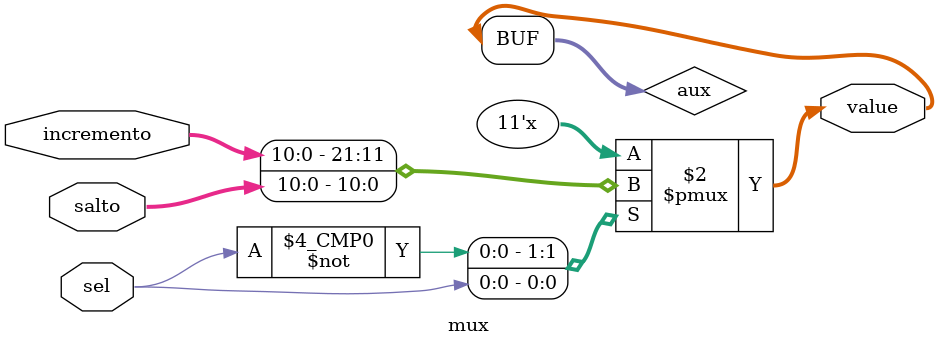
<source format=v>
`timescale 1ns / 1ps
module mux(
    input [10:0] incremento,
    input [10:0] salto,
    input sel,
    output [10:0] value
    );
	 
	 reg [10:0] aux;
	 
	 always @(*)
	 begin
		case (sel)
		0:
			aux = incremento;
		1:
			aux = salto;		
		endcase
	 end

assign value = aux;

endmodule
</source>
